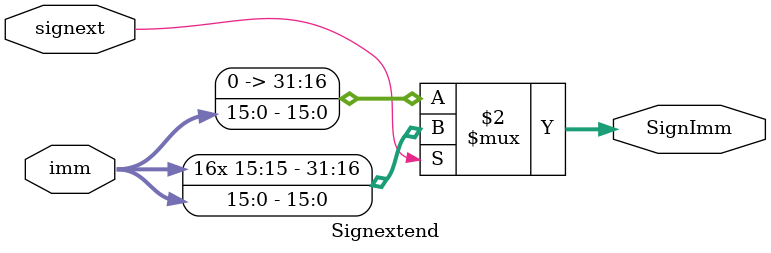
<source format=v>
`timescale 1ns / 1ps


module Signextend(imm,SignImm,signext);
 input [15:0]imm; 
 input signext;
 output [31:0] SignImm; 
 assign SignImm = (signext == 1'b0)?{16'b0,imm} : {{16{imm[15]}}, imm};

 
endmodule


</source>
